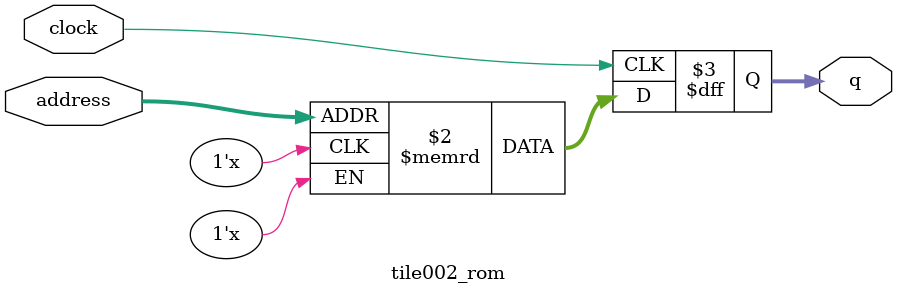
<source format=sv>
module tile002_rom (
	input logic clock,
	input logic [9:0] address,
	output logic [3:0] q
);

logic [3:0] memory [0:1023] /* synthesis ram_init_file = "./tile002/tile002.mif" */;

always_ff @ (posedge clock) begin
	q <= memory[address];
end

endmodule

</source>
